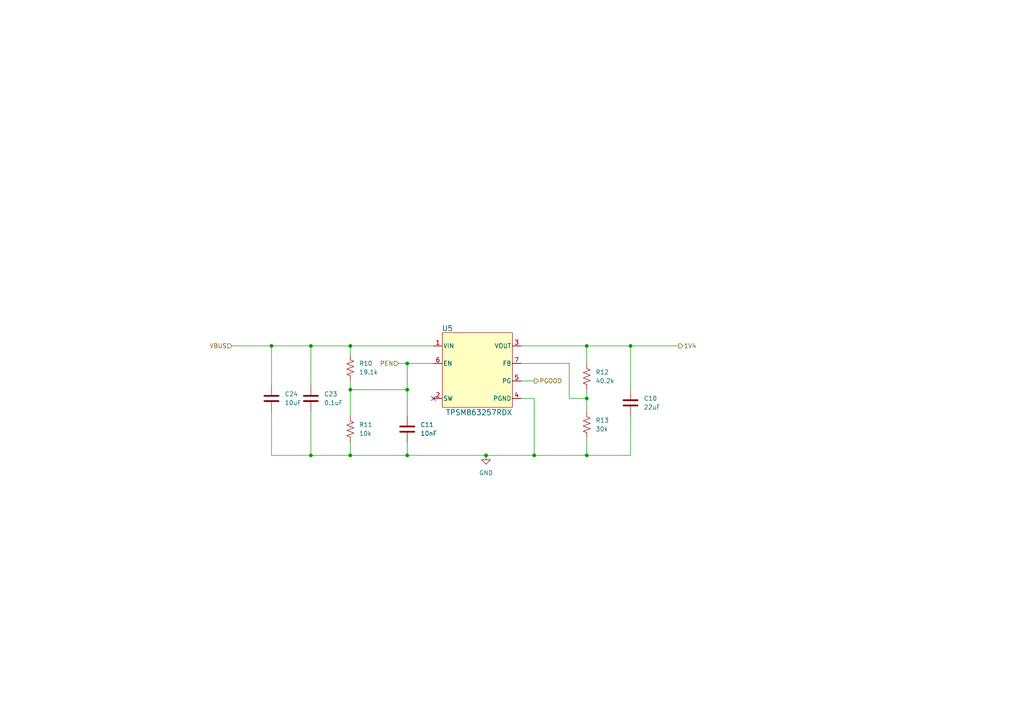
<source format=kicad_sch>
(kicad_sch (version 20231120) (generator "eeschema") (generator_version "8.0")
  (paper "A4")
  (title_block (title "NerdNOS") (date "2024-04-05") (rev "1"))
  (lib_symbols
    (symbol "Device:C" (pin_numbers hide) (pin_names (offset 0.254))
      (property "Reference" "C" (at 0.635 2.54 0))
      (property "Value" "C" (at 0.635 -2.54 0))
      (symbol "C_0_1"
        (polyline (pts (xy -2.032 -0.762) (xy 2.032 -0.762)) (stroke (width 0.508)))
        (polyline (pts (xy -2.032 0.762) (xy 2.032 0.762)) (stroke (width 0.508)))
      )
      (symbol "C_1_1"
        (pin passive line (at 0 3.81 270) (length 2.794) (name "~") (number "1"))
        (pin passive line (at 0 -3.81 90) (length 2.794) (name "~") (number "2"))
      )
    )
    (symbol "Device:R_US" (pin_numbers hide) (pin_names (offset 0))
      (property "Reference" "R" (at 2.54 0 90))
      (property "Value" "R_US" (at -2.54 0 90))
      (symbol "R_US_0_1"
        (polyline (pts (xy 0 -2.286) (xy 0 -2.54)))
        (polyline (pts (xy 0 2.286) (xy 0 2.54)))
        (polyline (pts (xy 0 -0.762) (xy 1.016 -1.143) (xy 0 -1.524) (xy -1.016 -1.905) (xy 0 -2.286)))
        (polyline (pts (xy 0 0.762) (xy 1.016 0.381) (xy 0 0) (xy -1.016 -0.381) (xy 0 -0.762)))
        (polyline (pts (xy 0 2.286) (xy 1.016 1.905) (xy 0 1.524) (xy -1.016 1.143) (xy 0 0.762)))
      )
      (symbol "R_US_1_1"
        (pin passive line (at 0 3.81 270) (length 1.27) (name "~") (number "1"))
        (pin passive line (at 0 -3.81 90) (length 1.27) (name "~") (number "2"))
      )
    )
    (symbol "bitaxe:TPSM863257RDX" (pin_names (offset 0.254))
      (property "Reference" "U5" (at -9.144 11.684 0))
      (property "Value" "TPSM863257RDX" (at 4.064 -13.208 0))
      (symbol "TPSM863257RDX_0_1"
        (pin power_in line (at -12.7 6.35 0) (length 2.54) (name "VIN") (number "1"))
        (pin unspecified line (at -12.7 -8.89 0) (length 2.54) (name "SW") (number "2"))
        (pin power_in line (at 12.7 -8.89 180) (length 2.54) (name "PGND") (number "4"))
        (pin open_collector line (at 12.7 -3.81 180) (length 2.54) (name "PG") (number "5"))
        (pin input line (at -12.7 1.27 0) (length 2.54) (name "EN") (number "6"))
        (pin unspecified line (at 12.7 1.27 180) (length 2.54) (name "FB") (number "7"))
      )
      (symbol "TPSM863257RDX_1_1"
        (rectangle (start -10.16 10.16) (end 10.16 -11.43) (fill (type background)))
        (pin power_out line (at 12.7 6.35 180) (length 2.54) (name "VOUT") (number "3"))
      )
    )
    (symbol "power:GND" (power) (pin_numbers hide) (pin_names (offset 0) hide)
      (property "Value" "GND" (at 0 -3.81 0))
      (symbol "GND_0_1"
        (polyline (pts (xy 0 0) (xy 0 -1.27) (xy 1.27 -1.27) (xy 0 -2.54) (xy -1.27 -1.27) (xy 0 -1.27)))
      )
      (symbol "GND_1_1"
        (pin power_in line (at 0 0 270) (length 0) (name "~") (number "1"))
      )
    )
  )
  (junction (at 170.18 100.33))
  (junction (at 90.17 132.08))
  (junction (at 101.6 113.03))
  (junction (at 118.11 105.41))
  (junction (at 90.17 100.33))
  (junction (at 101.6 132.08))
  (junction (at 154.94 132.08))
  (junction (at 118.11 113.03))
  (junction (at 182.88 100.33))
  (junction (at 170.18 115.57))
  (junction (at 140.97 132.08))
  (junction (at 78.74 100.33))
  (junction (at 170.18 132.08))
  (junction (at 118.11 132.08))
  (junction (at 101.6 100.33))
  (no_connect (at 125.73 115.57))
  (wire (pts (xy 90.17 100.33) (xy 90.17 111.76)))
  (wire (pts (xy 170.18 132.08) (xy 182.88 132.08)))
  (wire (pts (xy 151.13 110.49) (xy 154.94 110.49)))
  (wire (pts (xy 78.74 119.38) (xy 78.74 132.08)))
  (wire (pts (xy 118.11 113.03) (xy 118.11 120.65)))
  (wire (pts (xy 165.1 115.57) (xy 165.1 105.41)))
  (wire (pts (xy 78.74 100.33) (xy 78.74 111.76)))
  (wire (pts (xy 182.88 100.33) (xy 170.18 100.33)))
  (wire (pts (xy 90.17 100.33) (xy 101.6 100.33)))
  (wire (pts (xy 101.6 113.03) (xy 118.11 113.03)))
  (wire (pts (xy 90.17 132.08) (xy 101.6 132.08)))
  (wire (pts (xy 182.88 113.03) (xy 182.88 100.33)))
  (wire (pts (xy 170.18 105.41) (xy 170.18 100.33)))
  (wire (pts (xy 78.74 132.08) (xy 90.17 132.08)))
  (wire (pts (xy 90.17 119.38) (xy 90.17 132.08)))
  (wire (pts (xy 118.11 132.08) (xy 140.97 132.08)))
  (wire (pts (xy 170.18 115.57) (xy 170.18 119.38)))
  (wire (pts (xy 151.13 105.41) (xy 165.1 105.41)))
  (wire (pts (xy 118.11 128.27) (xy 118.11 132.08)))
  (wire (pts (xy 67.31 100.33) (xy 78.74 100.33)))
  (wire (pts (xy 182.88 100.33) (xy 196.85 100.33)))
  (wire (pts (xy 101.6 128.27) (xy 101.6 132.08)))
  (wire (pts (xy 118.11 105.41) (xy 118.11 113.03)))
  (wire (pts (xy 170.18 113.03) (xy 170.18 115.57)))
  (wire (pts (xy 140.97 132.08) (xy 154.94 132.08)))
  (wire (pts (xy 78.74 100.33) (xy 90.17 100.33)))
  (wire (pts (xy 115.57 105.41) (xy 118.11 105.41)))
  (wire (pts (xy 101.6 132.08) (xy 118.11 132.08)))
  (wire (pts (xy 170.18 115.57) (xy 165.1 115.57)))
  (wire (pts (xy 118.11 105.41) (xy 125.73 105.41)))
  (wire (pts (xy 170.18 127) (xy 170.18 132.08)))
  (wire (pts (xy 101.6 113.03) (xy 101.6 120.65)))
  (wire (pts (xy 154.94 132.08) (xy 170.18 132.08)))
  (wire (pts (xy 154.94 115.57) (xy 151.13 115.57)))
  (wire (pts (xy 182.88 132.08) (xy 182.88 120.65)))
  (wire (pts (xy 151.13 100.33) (xy 170.18 100.33)))
  (wire (pts (xy 101.6 100.33) (xy 101.6 102.87)))
  (wire (pts (xy 101.6 110.49) (xy 101.6 113.03)))
  (wire (pts (xy 154.94 115.57) (xy 154.94 132.08)))
  (wire (pts (xy 125.73 100.33) (xy 101.6 100.33)))
  (hierarchical_label "1V4" (shape output) (at 196.85 100.33 0))
  (hierarchical_label "PGOOD" (shape output) (at 154.94 110.49 0))
  (hierarchical_label "PEN" (shape input) (at 115.57 105.41 180))
  (hierarchical_label "VBUS" (shape input) (at 67.31 100.33 180))
  (symbol (lib_id "Device:C") (at 182.88 116.84 0) (unit 1)
    (property "Reference" "C10" (at 186.69 115.5699 0) (effects (justify left)))
    (property "Value" "22uF" (at 186.69 118.1099 0) (effects (justify left)))
    (property "Footprint" "Capacitor_SMD:C_0603_1608Metric" (effects (hide yes)))
    (property "Description" "Unpolarized capacitor" (effects (hide yes)))
    (property "PARTNO" "GRM21BR60J226ME39L" (effects (hide yes)))
    (property "DK" "490-7611-2-ND" (effects (hide yes)))
  )
  (symbol (lib_id "power:GND") (at 140.97 132.08 0) (unit 1)
    (property "Reference" "#PWR016" (effects (hide yes)))
    (property "Value" "GND" (at 140.97 137.16 0))
    (property "Description" "Power symbol creates a global label with name \"GND\" , ground" (effects (hide yes)))
  )
  (symbol (lib_id "Device:C") (at 118.11 124.46 0) (unit 1)
    (property "Reference" "C11" (at 121.92 123.1899 0) (effects (justify left)))
    (property "Value" "10nF" (at 121.92 125.7299 0) (effects (justify left)))
    (property "Footprint" "Capacitor_SMD:C_0402_1005Metric" (effects (hide yes)))
    (property "Description" "Unpolarized capacitor" (effects (hide yes)))
    (property "PARTNO" "C0402C103K8RAC7867" (effects (hide yes)))
    (property "DK" "399-C0402C103K8RAC7867CT-ND" (effects (hide yes)))
  )
  (symbol (lib_id "Device:C") (at 90.17 115.57 0) (unit 1)
    (property "Reference" "C23" (at 93.98 114.2999 0) (effects (justify left)))
    (property "Value" "0.1uF" (at 93.98 116.8399 0) (effects (justify left)))
    (property "Footprint" "Capacitor_SMD:C_0402_1005Metric" (effects (hide yes)))
    (property "Description" "Unpolarized capacitor" (effects (hide yes)))
    (property "PARTNO" "KGM05AR71C104KH" (effects (hide yes)))
    (property "DK" "478-KGM05AR71C104KHCT-ND" (effects (hide yes)))
  )
  (symbol (lib_id "Device:R_US") (at 101.6 106.68 0) (unit 1)
    (property "Reference" "R10" (at 104.14 105.4099 0) (effects (justify left)))
    (property "Value" "19.1k" (at 104.14 107.9499 0) (effects (justify left)))
    (property "Footprint" "Resistor_SMD:R_0402_1005Metric" (effects (hide yes)))
    (property "Description" "Resistor, US symbol" (effects (hide yes)))
    (property "PARTNO" "CRCW040219K1FKED" (effects (hide yes)))
    (property "DK" "541-19.1KLCT-ND" (effects (hide yes)))
  )
  (symbol (lib_id "bitaxe:TPSM863257RDX") (at 138.43 106.68 0) (unit 1)
    (property "Reference" "U5" (at 129.794 95.25 0) (effects (font (size 1.524 1.524))))
    (property "Value" "TPSM863257RDX" (at 138.938 119.634 0) (effects (font (size 1.524 1.524))))
    (property "Footprint" "bitaxe:TPSM863257RDX" (effects (hide yes)))
    (property "Datasheet" "https://www.ti.com/lit/ds/symlink/tpsm863257.pdf" (effects (hide yes)))
    (property "DK" "296-TPSM863257RDXRCT-ND" (effects (hide yes)))
    (property "PARTNO" "TPSM863257RDXR" (effects (hide yes)))
  )
  (symbol (lib_id "Device:C") (at 78.74 115.57 0) (unit 1)
    (property "Reference" "C24" (at 82.55 114.2999 0) (effects (justify left)))
    (property "Value" "10uF" (at 82.55 116.8399 0) (effects (justify left)))
    (property "Footprint" "Capacitor_SMD:C_0805_2012Metric" (effects (hide yes)))
    (property "Description" "Unpolarized capacitor" (effects (hide yes)))
    (property "PARTNO" "C0805C106K8PACTU" (effects (hide yes)))
    (property "DK" "399-C0805C106K8PAC7800CT-ND" (effects (hide yes)))
  )
  (symbol (lib_id "Device:R_US") (at 170.18 123.19 0) (unit 1)
    (property "Reference" "R13" (at 172.72 121.9199 0) (effects (justify left)))
    (property "Value" "30k" (at 172.72 124.4599 0) (effects (justify left)))
    (property "Footprint" "Resistor_SMD:R_0603_1608Metric" (effects (hide yes)))
    (property "Description" "Resistor, US symbol" (effects (hide yes)))
    (property "PARTNO" "RC0603FR-0730KL" (effects (hide yes)))
    (property "DK" "311-30.0KHRCT-ND" (effects (hide yes)))
  )
  (symbol (lib_id "Device:R_US") (at 170.18 109.22 0) (unit 1)
    (property "Reference" "R12" (at 172.72 107.9499 0) (effects (justify left)))
    (property "Value" "40.2k" (at 172.72 110.4899 0) (effects (justify left)))
    (property "Footprint" "Resistor_SMD:R_0603_1608Metric" (effects (hide yes)))
    (property "Description" "Resistor, US symbol" (effects (hide yes)))
    (property "PARTNO" "RC0603FR-0740K2L " (effects (hide yes)))
    (property "DK" "311-40.2KHRTR-ND" (effects (hide yes)))
  )
  (symbol (lib_id "Device:R_US") (at 101.6 124.46 0) (unit 1)
    (property "Reference" "R11" (at 104.14 123.1899 0) (effects (justify left)))
    (property "Value" "10k" (at 104.14 125.7299 0) (effects (justify left)))
    (property "Footprint" "Resistor_SMD:R_0402_1005Metric" (effects (hide yes)))
    (property "Description" "Resistor, US symbol" (effects (hide yes)))
    (property "PARTNO" "RC0402JR-0710KL" (effects (hide yes)))
    (property "DK" "311-10KJRCT-ND" (effects (hide yes)))
  )
)
</source>
